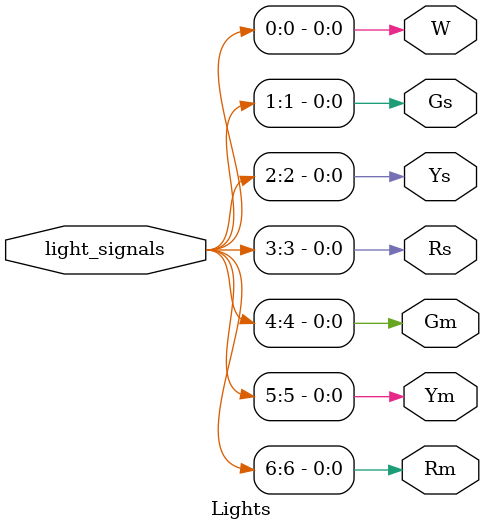
<source format=v>
`timescale 1ns / 1ps
module Lights(light_signals, Rm, Ym, Gm, Rs, Ys, Gs, W);
	 input[6:0] light_signals;
    output Rm, Ym, Gm, Rs, Ys, Gs, W;
	 
    reg Rm, Ym, Gm, Rs, Ys, Gs, W;
	 
	 always @ (light_signals)
		begin
			
			Rm <= light_signals[6:6];
			Ym <= light_signals[5:5];
			Gm <= light_signals[4:4];
			Rs <= light_signals[3:3];
			Ys <= light_signals[2:2];
			Gs <= light_signals[1:1];
			W <= light_signals[0:0];
		
		end
		
endmodule

</source>
